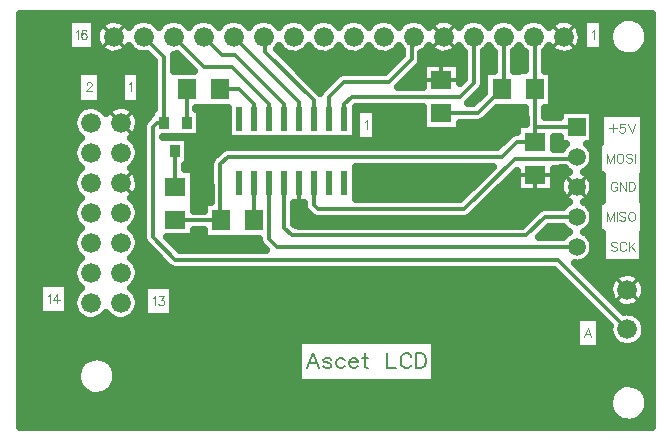
<source format=gbr>
G04 CAM Products 2000  RS274-X Output*
G04 Serial Number: 0000-00-00000*
G04 File Name:Z:\media\yandex\zakaz_moduli_lcd_bt\lcd_shield\gerberRS274X\lcd_modul_top.gbr *
%FSLAX34Y34*%
%MOIN*%
%SFA1B1*%

%IPPOS*%
%ADD11C,0.006000*%
%ADD13C,0.013000*%
%ADD14C,0.025000*%
%ADD15R,0.070900X0.063000*%
%ADD16R,0.059100X0.059100*%
%ADD17C,0.059100*%
%ADD18C,0.066000*%
%ADD19R,0.033500X0.039400*%
%ADD20R,0.063000X0.070900*%
%ADD21R,0.023600X0.078700*%
%ADD22C,0.078700*%
%ADD26R,0.031600X0.086700*%
%ADD28R,0.071000X0.078900*%
%ADD30R,0.041500X0.047400*%
%ADD32C,0.074000*%
%ADD34C,0.067100*%
%ADD36R,0.067100X0.067100*%
%ADD38R,0.078900X0.071000*%
%ADD41C,0.004600*%
%ADD42C,0.007700*%
%ADD500C,0.035400*%
%ADD501C,0.039400*%
%ADD502C,0.078700*%
%LNlcd_modul_top-1*%
%LPD*%
G54D13*
X21479Y15628D02*
Y17348D01*
X21448Y17378*
X21501Y13878D02*
Y14378D01*
Y15605*
X21479Y15628*
X11024Y11253D02*
X9524D01*
X9501Y11276*
X21501Y13878D02*
X20876D01*
X20376Y13378*
X11251*
X11001Y13128*
Y11230*
X11024Y11253*
X22876Y14378D02*
X21501D01*
X20448Y17378D02*
Y15700D01*
X20376Y15628*
X18371Y14827D02*
X19575D01*
X20376Y15628*
X19448Y17378D02*
Y15825D01*
X19001Y15378*
X15376*
X15126Y15128*
Y14628*
X14626D02*
Y15378D01*
X15126Y15878*
X16626*
X17376Y16628*
Y17306*
X17448Y17378*
X14126Y14628D02*
Y15253D01*
X12501Y16878*
Y17325*
X12448Y17378*
X13626Y14628D02*
Y15200D01*
X11448Y17378*
X13126Y14628D02*
Y15128D01*
X11501Y16753*
X11073*
X10448Y17378*
X12626Y14628D02*
Y15128D01*
X11376Y16378*
X10448*
X9448Y17378*
X9128Y14503D02*
Y16698D01*
X8448Y17378*
X9128Y14503D02*
X8877D01*
X8753Y14379*
Y10691*
X9503Y9941*
X22254*
X24567Y7628*
X9876Y14503D02*
Y15628D01*
X12126Y14628D02*
Y15128D01*
X11626Y15628*
X10979*
X9501Y12378D02*
Y13557D01*
X9502Y13558*
X12126Y11253D02*
Y12502D01*
X14126D02*
Y11753D01*
X14251Y11628*
X19126*
X20814Y13316*
X22876*
Y13378*
X13126Y12502D02*
Y11003D01*
X13376Y10753*
X21189*
X21814Y11378*
X22876*
X12626Y12502D02*
Y10628D01*
X12876Y10378*
X22876*
G54D14*
X4340Y17880D02*
X5886D01*
X6862D02*
X7104D01*
X7791D02*
X8104D01*
X8791D02*
X9104D01*
X9791D02*
X10104D01*
X10791D02*
X11104D01*
X11791D02*
X12104D01*
X12791D02*
X13104D01*
X13791D02*
X14104D01*
X14791D02*
X15104D01*
X15791D02*
X16104D01*
X16791D02*
X17104D01*
X17791D02*
X18104D01*
X18791D02*
X19104D01*
X19791D02*
X20104D01*
X20791D02*
X21104D01*
X21791D02*
X22104D01*
X22791D02*
X23073D01*
X23772D02*
X24163D01*
X25065D02*
X25351D01*
X4340Y17632D02*
X5886D01*
X23772D02*
X23979D01*
X25248D02*
X25351D01*
X4340Y17383D02*
X5886D01*
X23772D02*
X23929D01*
X4340Y17134D02*
X5886D01*
X23772D02*
X23976D01*
X25252D02*
X25352D01*
X4340Y16886D02*
X7089D01*
X7807D02*
X8089D01*
X12987D02*
X13090D01*
X13807D02*
X14089D01*
X14807D02*
X15089D01*
X15807D02*
X16089D01*
X16807D02*
X17022D01*
X17807D02*
X18089D01*
X18807D02*
X19089D01*
X19807D02*
X20089D01*
X20807D02*
X21089D01*
X21834D02*
X22089D01*
X22807D02*
X24151D01*
X25076D02*
X25351D01*
X4340Y16637D02*
X8698D01*
X9483D02*
X9698D01*
X13233D02*
X16894D01*
X17733D02*
X19093D01*
X19803D02*
X20093D01*
X20803D02*
X21124D01*
X21834D02*
X25351D01*
X4340Y16388D02*
X8772D01*
X9483D02*
X9948D01*
X13483D02*
X16644D01*
X17627D02*
X17727D01*
X19014D02*
X19093D01*
X19803D02*
X20093D01*
X20803D02*
X21124D01*
X21834D02*
X25351D01*
X4340Y16140D02*
X6214D01*
X7041D02*
X7651D01*
X8350D02*
X8772D01*
X13733D02*
X14901D01*
X17381D02*
X17726D01*
X19014D02*
X19093D01*
X22084D02*
X25351D01*
X4340Y15891D02*
X6214D01*
X7041D02*
X7651D01*
X8350D02*
X8772D01*
X13979D02*
X14647D01*
X17131D02*
X17726D01*
X22084D02*
X25351D01*
X4340Y15642D02*
X6214D01*
X7041D02*
X7651D01*
X8350D02*
X8772D01*
X14229D02*
X14397D01*
X22084D02*
X25351D01*
X4340Y15393D02*
X6214D01*
X7041D02*
X7651D01*
X8350D02*
X8772D01*
X19510D02*
X19649D01*
X22084D02*
X25351D01*
X4340Y15145D02*
X8772D01*
X22084D02*
X25351D01*
X4340Y14896D02*
X6218D01*
X8162D02*
X8671D01*
X10334D02*
X11218D01*
X16209D02*
X17726D01*
X20135D02*
X21147D01*
X21858D02*
X22292D01*
X23463D02*
X25351D01*
X4340Y14647D02*
X6089D01*
X8291D02*
X8530D01*
X10334D02*
X11218D01*
X16209D02*
X17726D01*
X19889D02*
X21147D01*
X23463D02*
X23636D01*
X25139D02*
X25351D01*
X4340Y14399D02*
X6081D01*
X8299D02*
X8397D01*
X10334D02*
X11218D01*
X16209D02*
X17726D01*
X19014D02*
X20858D01*
X23463D02*
X23636D01*
X25139D02*
X25351D01*
X4340Y14150D02*
X6187D01*
X8194D02*
X8397D01*
X10334D02*
X11218D01*
X16209D02*
X20663D01*
X23463D02*
X23636D01*
X25139D02*
X25351D01*
X4340Y13901D02*
X6222D01*
X8158D02*
X8397D01*
X9959D02*
X15511D01*
X16209D02*
X20409D01*
X22147D02*
X22292D01*
X23463D02*
X23636D01*
X25139D02*
X25351D01*
X4340Y13653D02*
X6089D01*
X8291D02*
X8396D01*
X9959D02*
X11042D01*
X22147D02*
X22362D01*
X23389D02*
X23573D01*
X25139D02*
X25351D01*
X4340Y13404D02*
X6077D01*
X8303D02*
X8397D01*
X9959D02*
X10784D01*
X23459D02*
X23573D01*
X25139D02*
X25351D01*
X4340Y13155D02*
X6183D01*
X8197D02*
X8397D01*
X9959D02*
X10647D01*
X23416D02*
X23573D01*
X25139D02*
X25351D01*
X4340Y12907D02*
X6229D01*
X8154D02*
X8397D01*
X10147D02*
X10647D01*
X15533D02*
X19913D01*
X22147D02*
X22550D01*
X23205D02*
X23573D01*
X25139D02*
X25351D01*
X4340Y12658D02*
X6089D01*
X8291D02*
X8396D01*
X10147D02*
X10647D01*
X15533D02*
X19663D01*
X20647D02*
X20858D01*
X22147D02*
X22366D01*
X23385D02*
X23698D01*
X25127D02*
X25351D01*
X4340Y12409D02*
X6077D01*
X8303D02*
X8397D01*
X10147D02*
X10647D01*
X15533D02*
X19417D01*
X20401D02*
X20858D01*
X22147D02*
X22292D01*
X23459D02*
X23698D01*
X25127D02*
X25351D01*
X4340Y12160D02*
X6179D01*
X8201D02*
X8397D01*
X10147D02*
X10647D01*
X15533D02*
X19167D01*
X20151D02*
X22335D01*
X23416D02*
X23698D01*
X25127D02*
X25351D01*
X4340Y11912D02*
X6233D01*
X8147D02*
X8397D01*
X10147D02*
X10647D01*
X19901D02*
X22542D01*
X23213D02*
X23698D01*
X25127D02*
X25351D01*
X4340Y11663D02*
X6093D01*
X8287D02*
X8396D01*
X10147D02*
X10421D01*
X13483D02*
X13784D01*
X19654D02*
X21624D01*
X23385D02*
X23573D01*
X25139D02*
X25351D01*
X4340Y11414D02*
X6077D01*
X8303D02*
X8397D01*
X13483D02*
X13972D01*
X19404D02*
X21358D01*
X23459D02*
X23573D01*
X25139D02*
X25351D01*
X4340Y11166D02*
X6175D01*
X8205D02*
X8397D01*
X13483D02*
X21108D01*
X23420D02*
X23573D01*
X25139D02*
X25351D01*
X4340Y10917D02*
X6237D01*
X8143D02*
X8397D01*
X10147D02*
X10421D01*
X21846D02*
X22534D01*
X23221D02*
X23573D01*
X25139D02*
X25351D01*
X4340Y10668D02*
X6093D01*
X8287D02*
X8401D01*
X9268D02*
X10421D01*
X23381D02*
X23698D01*
X25127D02*
X25351D01*
X4340Y10420D02*
X6077D01*
X8303D02*
X8534D01*
X9514D02*
X12347D01*
X23459D02*
X23698D01*
X25127D02*
X25351D01*
X4340Y10171D02*
X6171D01*
X8209D02*
X8780D01*
X23420D02*
X23698D01*
X25127D02*
X25351D01*
X4340Y9922D02*
X6241D01*
X8139D02*
X9030D01*
X23229D02*
X23698D01*
X25127D02*
X25351D01*
X4340Y9674D02*
X6097D01*
X8287D02*
X9284D01*
X23014D02*
X25351D01*
X4340Y9425D02*
X6077D01*
X8307D02*
X22280D01*
X23260D02*
X24198D01*
X24936D02*
X25351D01*
X4340Y9176D02*
X6167D01*
X8213D02*
X22526D01*
X23510D02*
X23995D01*
X25139D02*
X25351D01*
X4340Y8928D02*
X4948D01*
X5955D02*
X6249D01*
X8131D02*
X8448D01*
X9440D02*
X22776D01*
X23760D02*
X23948D01*
X25186D02*
X25351D01*
X4340Y8679D02*
X4948D01*
X5955D02*
X6097D01*
X8283D02*
X8448D01*
X9440D02*
X23026D01*
X25127D02*
X25351D01*
X4340Y8430D02*
X4948D01*
X5955D02*
X6073D01*
X8307D02*
X8448D01*
X9440D02*
X23272D01*
X24897D02*
X25351D01*
X4340Y8181D02*
X4948D01*
X5955D02*
X6167D01*
X8217D02*
X8448D01*
X9440D02*
X23522D01*
X24811D02*
X25351D01*
X4340Y7933D02*
X6499D01*
X6881D02*
X7499D01*
X7881D02*
X22823D01*
X23682D02*
X23773D01*
X25104D02*
X25351D01*
X4340Y7684D02*
X22823D01*
X23682D02*
X23948D01*
X25186D02*
X25351D01*
X4340Y7435D02*
X22823D01*
X23682D02*
X23979D01*
X25154D02*
X25351D01*
X4340Y7187D02*
X13573D01*
X18166D02*
X22823D01*
X23682D02*
X24144D01*
X24990D02*
X25351D01*
X4340Y6938D02*
X13573D01*
X18166D02*
X25351D01*
X4340Y6689D02*
X6644D01*
X7112D02*
X13573D01*
X18166D02*
X25351D01*
X4340Y6441D02*
X6312D01*
X7444D02*
X13573D01*
X18166D02*
X25351D01*
X4340Y6192D02*
X6206D01*
X7549D02*
X13573D01*
X18166D02*
X25351D01*
X4340Y5943D02*
X6206D01*
X7549D02*
X13573D01*
X18166D02*
X25351D01*
X4340Y5695D02*
X6308D01*
X7447D02*
X24187D01*
X25041D02*
X25351D01*
X4340Y5446D02*
X6628D01*
X7127D02*
X23987D01*
X25237D02*
X25354D01*
X4340Y5197D02*
X23929D01*
X4340Y4949D02*
X23968D01*
X25256D02*
X25353D01*
X4340Y4700D02*
X24132D01*
X25096D02*
X25351D01*
X4340Y4451D02*
X25351D01*
X21007Y14458D02*
X21175D01*
X21171Y15007*
X20899Y15013*
X20956Y15009*
X20226*
X19808Y14594*
X19706Y14524*
X19575Y14497*
X18993*
X18991Y14247*
X17752*
X17751Y15048*
X15513*
X15509Y14662*
Y13969*
X14743Y13973*
X14634Y13969*
X14243Y13973*
X14134Y13969*
X13743Y13973*
X13634Y13969*
X13243Y13973*
X13134Y13969*
X12743Y13973*
X12634Y13969*
X12243Y13973*
X12134Y13969*
X11743Y13973*
X11634Y13969*
X11243*
Y15012*
X10684Y15009*
X10399Y15013*
X10456Y15009*
X10206Y15003*
Y14968*
X10309Y14965*
Y14041*
X9444Y14045*
X9186Y14041*
X9080*
X9195Y14020*
X9935*
Y13096*
X9829*
X9831Y12960*
X10121Y12958*
X10117Y11798*
X10121Y11856*
Y11586*
X10442Y11583*
X10444Y11872*
X10674*
X10671Y13105*
X10695Y13250*
X10768Y13361*
X11018Y13611*
X11121Y13681*
X11251Y13708*
X20240*
X20643Y14111*
X20746Y14181*
X20880Y14208*
X20882Y14458*
X21007*
X22121Y14048D02*
Y13642D01*
X22388Y13646*
X22431Y13718*
X22533Y13819*
X22316Y13818*
Y14048*
X22122*
X22121Y12986D02*
Y12196D01*
X20882*
Y12917*
X19360Y11395*
X19257Y11325*
X19126Y11298*
X14251*
X14129Y11322*
X14018Y11395*
X13893Y11520*
X13826Y11616*
X13798Y11717*
X13796Y11843*
X13459*
X13456Y11139*
X13626Y11083*
X21052*
X21580Y11611*
X21683Y11681*
X21814Y11708*
X22427*
X22517Y11808*
X22625Y11878*
X22533Y11936*
X22443Y12023*
X22375Y12127*
X22332Y12244*
X22316Y12368*
X22328Y12492*
X22367Y12611*
X22431Y12718*
X22517Y12808*
X22624Y12878*
X22533Y12936*
X22480Y12987*
X22122Y12986*
X22441Y14938D02*
X23437D01*
Y13818*
X23222*
X23303Y13741*
X23373Y13638*
X23418Y13522*
X23437Y13378*
X23423Y13254*
X23382Y13136*
X23316Y13030*
X23228Y12942*
X23126Y12877*
X23212Y12827*
X23303Y12741*
X23373Y12638*
X23418Y12522*
X23436Y12398*
X23428Y12279*
X23392Y12159*
X23331Y12050*
X23247Y11958*
X23145Y11886*
X23129Y11878*
X23212Y11827*
X23303Y11741*
X23373Y11638*
X23418Y11522*
X23437Y11378*
X23423Y11254*
X23382Y11136*
X23316Y11030*
X23228Y10942*
X23126Y10877*
X23212Y10827*
X23303Y10741*
X23373Y10638*
X23418Y10522*
X23437Y10378*
X23423Y10254*
X23382Y10136*
X23316Y10030*
X23228Y9942*
X23123Y9875*
X23005Y9833*
X22881Y9818*
X22839Y9822*
X24452Y8210*
X24513Y8220*
X24638Y8219*
X24760Y8191*
X24873Y8138*
X24973Y8063*
X25055Y7969*
X25115Y7860*
X25151Y7741*
X25162Y7628*
X25149Y7504*
X25110Y7385*
X25048Y7277*
X24964Y7185*
X24863Y7112*
X24749Y7061*
X24627Y7036*
X24502*
X24380Y7063*
X24266Y7115*
X24166Y7189*
X24083Y7282*
X24022Y7390*
X23984Y7509*
X23972Y7634*
X23980Y7748*
X22116Y9613*
X17504Y9611*
X9503*
X9381Y9634*
X9270Y9707*
X8520Y10457*
X8450Y10560*
X8423Y10691*
Y14379*
X8446Y14501*
X8520Y14612*
X8696Y14791*
Y14965*
X8801*
X8798Y15628*
Y16562*
X8566Y16793*
X8383Y16787*
X8261Y16813*
X8147Y16865*
X8047Y16939*
X7951Y17056*
X7863Y16952*
X7765Y16875*
X7653Y16820*
X7532Y16789*
X7408Y16784*
X7285Y16806*
X7169Y16853*
X7066Y16922*
X6979Y17012*
X6913Y17118*
X6871Y17235*
X6853Y17359*
X6863Y17483*
X6897Y17603*
X6956Y17713*
X7037Y17808*
X7136Y17884*
X7248Y17938*
X7370Y17968*
X7494Y17971*
X7617Y17949*
X7732Y17901*
X7835Y17830*
X7921Y17740*
X7948Y17701*
X8055Y17825*
X8157Y17897*
X8272Y17946*
X8394Y17971*
X8519Y17969*
X8641Y17941*
X8754Y17888*
X8854Y17814*
X8949Y17695*
X8971Y17733*
X9055Y17825*
X9157Y17897*
X9272Y17946*
X9394Y17971*
X9519Y17969*
X9641Y17941*
X9754Y17888*
X9854Y17814*
X9949Y17695*
X9971Y17733*
X10055Y17825*
X10157Y17897*
X10272Y17946*
X10394Y17971*
X10519Y17969*
X10641Y17941*
X10754Y17888*
X10854Y17814*
X10949Y17695*
X10971Y17733*
X11055Y17825*
X11157Y17897*
X11272Y17946*
X11394Y17971*
X11519Y17969*
X11641Y17941*
X11754Y17888*
X11854Y17814*
X11949Y17695*
X11971Y17733*
X12055Y17825*
X12157Y17897*
X12272Y17946*
X12394Y17971*
X12519Y17969*
X12641Y17941*
X12754Y17888*
X12854Y17814*
X12949Y17695*
X12971Y17733*
X13055Y17825*
X13157Y17897*
X13272Y17946*
X13394Y17971*
X13519Y17969*
X13641Y17941*
X13754Y17888*
X13854Y17814*
X13949Y17695*
X13971Y17733*
X14055Y17825*
X14157Y17897*
X14272Y17946*
X14394Y17971*
X14519Y17969*
X14641Y17941*
X14754Y17888*
X14854Y17814*
X14949Y17695*
X14971Y17733*
X15055Y17825*
X15157Y17897*
X15272Y17946*
X15394Y17971*
X15519Y17969*
X15641Y17941*
X15754Y17888*
X15854Y17814*
X15949Y17695*
X15971Y17733*
X16055Y17825*
X16157Y17897*
X16272Y17946*
X16394Y17971*
X16519Y17969*
X16641Y17941*
X16754Y17888*
X16854Y17814*
X16949Y17695*
X16971Y17733*
X17055Y17825*
X17157Y17897*
X17272Y17946*
X17394Y17971*
X17519Y17969*
X17641Y17941*
X17754Y17888*
X17854Y17814*
X17949Y17695*
X17986Y17753*
X18075Y17841*
X18179Y17909*
X18296Y17953*
X18419Y17972*
X18544Y17965*
X18664Y17932*
X18775Y17875*
X18872Y17796*
X18948Y17701*
X19055Y17825*
X19157Y17897*
X19272Y17946*
X19394Y17971*
X19519Y17969*
X19641Y17941*
X19754Y17888*
X19854Y17814*
X19949Y17695*
X19971Y17733*
X20055Y17825*
X20157Y17897*
X20272Y17946*
X20394Y17971*
X20519Y17969*
X20641Y17941*
X20754Y17888*
X20854Y17814*
X20949Y17695*
X20971Y17733*
X21055Y17825*
X21157Y17897*
X21272Y17946*
X21394Y17971*
X21519Y17969*
X21641Y17941*
X21754Y17888*
X21854Y17814*
X21949Y17695*
X21986Y17753*
X22075Y17841*
X22179Y17909*
X22296Y17953*
X22419Y17972*
X22544Y17965*
X22664Y17932*
X22775Y17875*
X22872Y17796*
X22949Y17699*
X23005Y17587*
X23037Y17466*
X23043Y17353*
X23024Y17230*
X22981Y17113*
X22914Y17008*
X22826Y16919*
X22722Y16850*
X22606Y16804*
X22483Y16784*
X22358Y16790*
X22237Y16822*
X22126Y16878*
X22029Y16956*
X21948Y17056*
X21845Y16935*
X21810Y16910*
X21809Y16250*
X22059Y16247*
Y15009*
X21828*
X21831Y14711*
X22318Y14708*
X22316Y14938*
X22441*
X22622Y10881D02*
X22533Y10936D01*
X22428Y11045*
X21951Y11048*
X21608Y10706*
X22427Y10708*
X22517Y10808*
X22625Y10878*
X25260Y5049D02*
X25225Y4929D01*
X25168Y4818*
X25091Y4720*
X24997Y4638*
X24889Y4575*
X24772Y4534*
X24648Y4516*
X24523Y4521*
X24402Y4550*
X24288Y4601*
X24186Y4672*
X24099Y4762*
X24031Y4866*
X23983Y4982*
X23958Y5104*
X23957Y5229*
X23979Y5352*
X24024Y5468*
X24091Y5574*
X24176Y5665*
X24276Y5739*
X24389Y5793*
X24510Y5824*
X24634Y5832*
X24758Y5816*
X24877Y5777*
X24986Y5717*
X25082Y5637*
X25161Y5540*
X25220Y5430*
X25258Y5311*
X25272Y5173*
X25260Y5049*
X7525Y5941D02*
X7490Y5821D01*
X7433Y5710*
X7356Y5612*
X7262Y5530*
X7154Y5467*
X7036Y5426*
X6912Y5407*
X6788Y5413*
X6666Y5441*
X6552Y5492*
X6450Y5564*
X6363Y5654*
X6295Y5758*
X6248Y5874*
X6223Y5996*
X6221Y6121*
X6244Y6244*
X6289Y6360*
X6355Y6466*
X6440Y6557*
X6541Y6631*
X6653Y6684*
X6774Y6716*
X6899Y6724*
X7023Y6708*
X7141Y6669*
X7250Y6608*
X7346Y6528*
X7425Y6432*
X7484Y6322*
X7522Y6203*
X7537Y6065*
X7525Y5941*
X25260Y17254D02*
X25225Y17134D01*
X25168Y17023*
X25091Y16925*
X24997Y16843*
X24889Y16780*
X24772Y16739*
X24648Y16720*
X24523Y16726*
X24402Y16754*
X24288Y16805*
X24186Y16877*
X24099Y16967*
X24031Y17071*
X23983Y17187*
X23958Y17309*
X23957Y17434*
X23979Y17556*
X24024Y17673*
X24091Y17779*
X24176Y17870*
X24276Y17944*
X24389Y17997*
X24510Y18029*
X24634Y18036*
X24758Y18021*
X24877Y17982*
X24986Y17921*
X25082Y17841*
X25161Y17745*
X25220Y17635*
X25258Y17516*
X25272Y17378*
X25260Y17254*
X21151Y16863D02*
X21047Y16939D01*
X20951Y17056*
X20845Y16935*
X20779Y16887*
X20778Y16249*
X20956Y16243*
X20899Y16247*
X21149Y16253*
Y16866*
X20119Y16886D02*
X20047Y16939D01*
X19951Y17056*
X19845Y16935*
X19779Y16887*
X19778Y15825*
X19755Y15703*
X19681Y15592*
X19248Y15158*
X19438Y15157*
X19798Y15516*
X19796Y16247*
X20121*
X20118Y16884*
X19119Y16886D02*
X19047Y16939D01*
X18951Y17056*
X18863Y16952*
X18765Y16875*
X18653Y16820*
X18532Y16789*
X18408Y16784*
X18285Y16806*
X18169Y16853*
X18066Y16922*
X17979Y17012*
X17948Y17056*
X17845Y16935*
X17744Y16862*
X17705Y16845*
X17706Y16628*
X17683Y16506*
X17610Y16395*
X16922Y15707*
X17755Y15708*
X17752Y15899*
Y16509*
X18991*
Y15833*
X19119Y15962*
X19118Y16884*
X17044Y16942D02*
X16951Y17056D01*
X16845Y16935*
X16744Y16862*
X16630Y16811*
X16508Y16786*
X16383Y16787*
X16261Y16813*
X16147Y16865*
X16047Y16939*
X15951Y17056*
X15845Y16935*
X15744Y16862*
X15630Y16811*
X15508Y16786*
X15383Y16787*
X15261Y16813*
X15147Y16865*
X15047Y16939*
X14951Y17056*
X14845Y16935*
X14744Y16862*
X14630Y16811*
X14508Y16786*
X14383Y16787*
X14261Y16813*
X14147Y16865*
X14047Y16939*
X13951Y17056*
X13845Y16935*
X13744Y16862*
X13630Y16811*
X13508Y16786*
X13383Y16787*
X13261Y16813*
X13147Y16865*
X13047Y16939*
X12951Y17056*
X12874Y16967*
X13177Y16669*
X14329Y15517*
X14393Y15611*
X14893Y16111*
X14996Y16181*
X15126Y16208*
X16490*
X17048Y16766*
X17046Y16937*
X9565Y16798D02*
X9449Y16786D01*
X9458Y16698*
Y16249*
X10113Y16247*
X9566Y16794*
X9457Y16703*
X10121Y10922D02*
Y10696D01*
X9218*
X9641Y10269*
X12515Y10271*
X12393Y10395*
X12323Y10498*
X12296Y10632*
X11546Y10634*
X10444*
Y10927*
X10122Y10923*
X15509Y13048D02*
Y11962D01*
X16501Y11958*
X18990*
X20078Y13046*
X15513Y13048*
X8285Y14479D02*
X8266Y14355D01*
X8223Y14238*
X8156Y14133*
X8068Y14044*
X8012Y14003*
X8096Y13939*
X8178Y13845*
X8238Y13736*
X8274Y13616*
X8285Y13504*
X8272Y13380*
X8234Y13261*
X8171Y13153*
X8087Y13060*
X8008Y13003*
X8077Y12956*
X8163Y12865*
X8228Y12759*
X8269Y12641*
X8285Y12517*
X8277Y12404*
X8243Y12284*
X8185Y12173*
X8106Y12077*
X8012Y12003*
X8096Y11939*
X8178Y11845*
X8238Y11736*
X8274Y11616*
X8285Y11504*
X8272Y11380*
X8234Y11261*
X8171Y11153*
X8087Y11060*
X8008Y11003*
X8096Y10939*
X8178Y10845*
X8238Y10736*
X8274Y10616*
X8285Y10504*
X8272Y10380*
X8234Y10261*
X8171Y10153*
X8087Y10060*
X8008Y10003*
X8096Y9939*
X8178Y9845*
X8238Y9736*
X8274Y9616*
X8285Y9504*
X8272Y9380*
X8234Y9261*
X8171Y9153*
X8087Y9060*
X8008Y9003*
X8096Y8939*
X8178Y8845*
X8238Y8736*
X8274Y8616*
X8285Y8504*
X8272Y8380*
X8234Y8261*
X8171Y8153*
X8087Y8060*
X7986Y7987*
X7872Y7937*
X7750Y7912*
X7625*
X7503Y7939*
X7389Y7990*
X7289Y8064*
X7193Y8181*
X7087Y8060*
X6986Y7987*
X6872Y7937*
X6750Y7912*
X6625*
X6503Y7939*
X6389Y7990*
X6289Y8064*
X6206Y8158*
X6145Y8266*
X6107Y8385*
X6095Y8509*
X6110Y8633*
X6149Y8752*
X6213Y8859*
X6298Y8951*
X6371Y9002*
X6289Y9064*
X6206Y9158*
X6145Y9266*
X6107Y9385*
X6095Y9509*
X6110Y9633*
X6149Y9752*
X6213Y9859*
X6298Y9951*
X6371Y10002*
X6289Y10064*
X6206Y10158*
X6145Y10266*
X6107Y10385*
X6095Y10509*
X6110Y10633*
X6149Y10752*
X6213Y10859*
X6298Y10951*
X6371Y11002*
X6289Y11064*
X6206Y11158*
X6145Y11266*
X6107Y11385*
X6095Y11509*
X6110Y11633*
X6149Y11752*
X6213Y11859*
X6298Y11951*
X6371Y12002*
X6289Y12064*
X6206Y12158*
X6145Y12266*
X6107Y12385*
X6095Y12509*
X6110Y12633*
X6149Y12752*
X6213Y12859*
X6298Y12951*
X6371Y13002*
X6289Y13064*
X6206Y13158*
X6145Y13266*
X6107Y13385*
X6095Y13509*
X6110Y13633*
X6149Y13752*
X6213Y13859*
X6298Y13951*
X6371Y14002*
X6289Y14064*
X6206Y14158*
X6145Y14266*
X6107Y14385*
X6095Y14509*
X6110Y14633*
X6149Y14752*
X6213Y14859*
X6298Y14951*
X6399Y15023*
X6514Y15072*
X6636Y15096*
X6761Y15094*
X6883Y15067*
X6996Y15014*
X7096Y14939*
X7191Y14821*
X7228Y14879*
X7317Y14967*
X7422Y15034*
X7538Y15079*
X7661Y15098*
X7786Y15091*
X7906Y15058*
X8017Y15001*
X8114Y14922*
X8192Y14824*
X8247Y14713*
X8279Y14592*
X8285Y14479*
X25162Y8916D02*
X25143Y8792D01*
X25100Y8675*
X25033Y8570*
X24945Y8481*
X24841Y8412*
X24725Y8367*
X24602Y8347*
X24477Y8352*
X24356Y8384*
X24245Y8440*
X24148Y8518*
X24069Y8615*
X24012Y8726*
X23980Y8847*
X23973Y8971*
X23992Y9095*
X24037Y9211*
X24105Y9316*
X24194Y9404*
X24298Y9471*
X24415Y9516*
X24538Y9535*
X24663Y9528*
X24783Y9495*
X24894Y9438*
X24991Y9359*
X25068Y9261*
X25124Y9149*
X25156Y9029*
X25162Y8916*
X23787Y14846D02*
X25113D01*
X25114Y12775*
X25102*
X25104Y11906*
X25114Y11908*
Y10837*
X25102*
X25104Y9837*
X23725*
Y10839*
X23600Y10837*
Y11908*
X23729*
X23725Y12337*
Y12778*
X23600Y12775*
Y13846*
X23666*
X23662Y14275*
Y14846*
X23787*
X23225Y17971D02*
X23748D01*
Y16900*
X23100*
Y17971*
X23225*
X6036D02*
X6838D01*
Y16900*
X5911*
Y17971*
X6036*
X7800Y16221D02*
X8324D01*
Y15150*
X7675*
Y16221*
X7800*
X15662Y14971D02*
X16185D01*
Y13900*
X15537*
Y14971*
X15662*
X5098Y9158D02*
X5929D01*
Y8087*
X4973*
Y9158*
X5098*
X6363Y16221D02*
X7015D01*
Y15150*
X6238*
Y16221*
X6363*
X8598Y9095D02*
X9415D01*
Y8024*
X8473*
Y9095*
X8598*
X22975Y8033D02*
X23656D01*
Y6961*
X22850*
Y8033*
X22975*
X13724Y7268D02*
X18141D01*
Y5836*
X13599*
Y7268*
X13724*
X4315Y18004D02*
Y4378D01*
X25376*
Y18128*
X4315Y18129*
Y18004*
G54D13*
X21501Y12776D02*
Y12196D01*
X20882Y12776D02*
X22120D01*
X22480Y12774D02*
X23272Y11982D01*
Y12774D02*
X22480Y11982D01*
X22028Y17798D02*
X22869Y16958D01*
Y17798D02*
X22028Y16958D01*
X18028Y17798D02*
X18869Y16958D01*
Y17798D02*
X18028Y16958D01*
X7028Y17798D02*
X7869Y16958D01*
Y17798D02*
X7028Y16958D01*
X18371Y16509D02*
Y15929D01*
X17752D02*
X18990D01*
X13626Y12502D02*
Y11844D01*
X7270Y14924D02*
X8111Y14083D01*
Y14924D02*
X7690Y14504D01*
Y12504D02*
X8111Y12083D01*
Y12924D02*
X7690Y12504D01*
X24147Y9361D02*
X24988Y8520D01*
Y9361D02*
X24147Y8520D01*
G54D15*
X21501Y13878D03*
Y12776D03*
G54D16*
X22876Y14378D03*
G54D17*
X22876Y13378D03*
Y12378D03*
Y11378D03*
Y10378D03*
G54D18*
X22448Y17378D03*
X21448D03*
X20448D03*
X19448D03*
X18448D03*
X17448D03*
X16448D03*
X15448D03*
X14448D03*
X13448D03*
X12448D03*
X11448D03*
X10448D03*
X9448D03*
X8448D03*
X7448D03*
X7690Y14504D03*
X6690D03*
X7690Y13504D03*
X6690D03*
X7690Y12504D03*
X6690D03*
X7690Y11504D03*
X6690D03*
X7690Y10504D03*
X6690D03*
X7690Y9504D03*
X6690D03*
X7690Y8504D03*
X6690D03*
X24567Y7628D03*
Y8941D03*
G54D19*
X9876Y14503D03*
X9128D03*
X9502Y13558D03*
G54D20*
X20376Y15628D03*
X21479D03*
G54D15*
X18371Y15929D03*
Y14827D03*
G54D20*
X9876Y15628D03*
X10979D03*
G54D15*
X9501Y12378D03*
Y11276D03*
G54D20*
X12126Y11253D03*
X11024D03*
G54D21*
X15126Y14628D03*
X14626D03*
X14126D03*
X13626D03*
X13126D03*
X12626D03*
X12126D03*
X11626D03*
Y12502D03*
X12126D03*
X12626D03*
X13126D03*
X13626D03*
X14126D03*
X14626D03*
X15126D03*
G54D41*
X24080Y14457D02*
Y14199D01*
X23951Y14328D02*
X24209D01*
X24474Y14479D02*
X24330D01*
X24316Y14350*
X24330Y14364*
X24373Y14379*
X24416*
X24459Y14364*
X24488Y14335*
X24502Y14292*
Y14264*
X24488Y14221*
X24459Y14192*
X24416Y14178*
X24373*
X24330Y14192*
X24316Y14206*
X24302Y14235*
X24595Y14479D02*
X24710Y14178D01*
X24825Y14479*
X24228Y12470D02*
X24214Y12498D01*
X24185Y12527*
X24157Y12541*
X24099*
X24070Y12527*
X24042Y12498*
X24027Y12470*
X24013Y12427*
Y12355*
X24027Y12312*
X24042Y12283*
X24070Y12254*
X24099Y12240*
X24157*
X24185Y12254*
X24214Y12283*
X24228Y12312*
Y12355*
X24157*
X24522Y12541D02*
Y12240D01*
X24321Y12541*
Y12240*
X24615Y12541D02*
Y12240D01*
X24715*
X24758Y12254*
X24787Y12283*
X24801Y12312*
X24815Y12355*
Y12427*
X24801Y12470*
X24787Y12498*
X24758Y12527*
X24715Y12541*
X24615*
X24118Y11240D02*
Y11541D01*
X24003Y11240*
X23888Y11541*
Y11240*
X24210Y11541D02*
Y11240D01*
X24504Y11498D02*
X24475Y11527D01*
X24432Y11541*
X24375*
X24332Y11527*
X24303Y11498*
Y11470*
X24317Y11441*
X24332Y11427*
X24360Y11412*
X24446Y11383*
X24475Y11369*
X24490Y11355*
X24504Y11326*
Y11283*
X24475Y11254*
X24432Y11240*
X24375*
X24332Y11254*
X24303Y11283*
X24683Y11541D02*
X24654Y11527D01*
X24625Y11498*
X24611Y11470*
X24596Y11427*
Y11355*
X24611Y11312*
X24625Y11283*
X24654Y11254*
X24683Y11240*
X24740*
X24769Y11254*
X24797Y11283*
X24812Y11312*
X24826Y11355*
Y11427*
X24812Y11470*
X24797Y11498*
X24769Y11527*
X24740Y11541*
X24683*
X24214Y10498D02*
X24186Y10527D01*
X24142Y10541*
X24085*
X24042Y10527*
X24013Y10498*
Y10470*
X24028Y10441*
X24042Y10426*
X24070Y10412*
X24157Y10383*
X24186Y10369*
X24200Y10354*
X24214Y10326*
Y10283*
X24186Y10254*
X24142Y10240*
X24085*
X24042Y10254*
X24013Y10283*
X24522Y10470D02*
X24508Y10498D01*
X24479Y10527*
X24450Y10541*
X24393*
X24364Y10527*
X24336Y10498*
X24321Y10470*
X24307Y10426*
Y10354*
X24321Y10312*
X24336Y10283*
X24364Y10254*
X24393Y10240*
X24450*
X24479Y10254*
X24508Y10283*
X24522Y10312*
X24615Y10541D02*
Y10240D01*
X24815Y10541D02*
X24615Y10340D01*
X24686Y10412D02*
X24815Y10240D01*
X24118Y13178D02*
Y13479D01*
X24003Y13178*
X23888Y13479*
Y13178*
X24296Y13479D02*
X24268Y13465D01*
X24239Y13436*
X24224Y13407*
X24210Y13364*
Y13292*
X24224Y13249*
X24239Y13221*
X24268Y13192*
X24296Y13178*
X24354*
X24382Y13192*
X24411Y13221*
X24425Y13249*
X24440Y13292*
Y13364*
X24425Y13407*
X24411Y13436*
X24382Y13465*
X24354Y13479*
X24296*
X24733Y13436D02*
X24705Y13465D01*
X24662Y13479*
X24604*
X24561Y13465*
X24532Y13436*
Y13407*
X24547Y13378*
X24561Y13364*
X24590Y13350*
X24676Y13321*
X24705Y13307*
X24719Y13292*
X24733Y13264*
Y13221*
X24705Y13192*
X24662Y13178*
X24604*
X24561Y13192*
X24532Y13221*
X24826Y13479D02*
Y13178D01*
X23388Y17547D02*
X23417Y17561D01*
X23460Y17604*
Y17303*
X6199Y17547D02*
X6228Y17561D01*
X6271Y17604*
Y17303*
X6535Y17561D02*
X6521Y17590D01*
X6478Y17604*
X6450*
X6406Y17590*
X6378Y17547*
X6363Y17475*
Y17403*
X6378Y17346*
X6406Y17317*
X6450Y17303*
X6464*
X6507Y17317*
X6535Y17346*
X6550Y17389*
Y17403*
X6535Y17447*
X6507Y17475*
X6464Y17489*
X6450*
X6406Y17475*
X6378Y17447*
X6363Y17403*
X7964Y15796D02*
X7992Y15811D01*
X8036Y15854*
Y15553*
X15825Y14546D02*
X15854Y14561D01*
X15897Y14604*
Y14303*
X5261Y8733D02*
X5290Y8748D01*
X5333Y8791*
Y8490*
X5569D02*
Y8791D01*
X5426Y8590*
X5641*
X6541Y15782D02*
Y15796D01*
X6555Y15825*
X6569Y15840*
X6598Y15854*
X6655*
X6684Y15840*
X6698Y15825*
X6713Y15796*
Y15768*
X6698Y15739*
X6670Y15696*
X6526Y15553*
X6727*
X8761Y8671D02*
X8790Y8685D01*
X8833Y8728*
Y8427*
X8955Y8728D02*
X9112D01*
X9027Y8613*
X9070*
X9098Y8599*
X9112Y8585*
X9127Y8542*
Y8513*
X9112Y8470*
X9084Y8441*
X9041Y8427*
X8998*
X8955Y8441*
X8941Y8456*
X8926Y8484*
X23368Y7364D02*
X23253Y7666D01*
X23138Y7364*
X23181Y7465D02*
X23325D01*
G54D42*
X14285Y6331D02*
X14094Y6833D01*
X13902Y6331*
X13974Y6498D02*
X14214D01*
X14703Y6594D02*
X14679Y6642D01*
X14607Y6666*
X14535*
X14464Y6642*
X14440Y6594*
X14464Y6546*
X14512Y6522*
X14631Y6498*
X14679Y6475*
X14703Y6426*
Y6403*
X14679Y6355*
X14607Y6331*
X14535*
X14464Y6355*
X14440Y6403*
X15145Y6594D02*
X15097Y6642D01*
X15049Y6666*
X14977*
X14929Y6642*
X14882Y6594*
X14857Y6522*
Y6475*
X14882Y6403*
X14929Y6355*
X14977Y6331*
X15049*
X15097Y6355*
X15145Y6403*
X15299Y6522D02*
X15586D01*
Y6570*
X15562Y6618*
X15538Y6642*
X15490Y6666*
X15419*
X15371Y6642*
X15323Y6594*
X15299Y6522*
Y6475*
X15323Y6403*
X15371Y6355*
X15419Y6331*
X15490*
X15538Y6355*
X15586Y6403*
X15812Y6833D02*
Y6426D01*
X15836Y6355*
X15884Y6331*
X15932*
X15740Y6666D02*
X15908D01*
X16572Y6833D02*
Y6331D01*
X16859*
X17372Y6714D02*
X17348Y6761D01*
X17300Y6809*
X17253Y6833*
X17157*
X17109Y6809*
X17061Y6761*
X17037Y6714*
X17013Y6642*
Y6522*
X17037Y6451*
X17061Y6403*
X17109Y6355*
X17157Y6331*
X17253*
X17300Y6355*
X17348Y6403*
X17372Y6451*
X17526Y6833D02*
Y6331D01*
X17694*
X17766Y6355*
X17814Y6403*
X17838Y6451*
X17861Y6522*
Y6642*
X17838Y6714*
X17814Y6761*
X17766Y6809*
X17694Y6833*
X17526*
M02*
</source>
